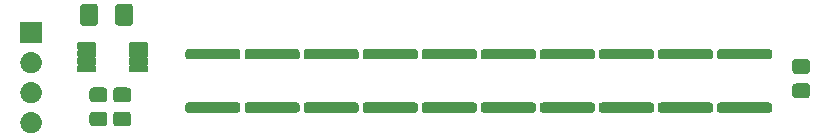
<source format=gbr>
G04 #@! TF.GenerationSoftware,KiCad,Pcbnew,6.0.0-unknown-ea0edab~86~ubuntu18.04.1*
G04 #@! TF.CreationDate,2019-07-07T16:40:55+02:00*
G04 #@! TF.ProjectId,ir-receiver,69722d72-6563-4656-9976-65722e6b6963,rev?*
G04 #@! TF.SameCoordinates,Original*
G04 #@! TF.FileFunction,Soldermask,Top*
G04 #@! TF.FilePolarity,Negative*
%FSLAX46Y46*%
G04 Gerber Fmt 4.6, Leading zero omitted, Abs format (unit mm)*
G04 Created by KiCad (PCBNEW 6.0.0-unknown-ea0edab~86~ubuntu18.04.1) date 2019-07-07 16:40:55*
%MOMM*%
%LPD*%
G04 APERTURE LIST*
%ADD10C,0.100000*%
G04 APERTURE END LIST*
D10*
G36*
X142788360Y-115633835D02*
G01*
X142869397Y-115660166D01*
X142956663Y-115687848D01*
X142959655Y-115689493D01*
X142968488Y-115692363D01*
X143040466Y-115733919D01*
X143111499Y-115772970D01*
X143118986Y-115779253D01*
X143132511Y-115787061D01*
X143190259Y-115839057D01*
X143246857Y-115886549D01*
X143256962Y-115899118D01*
X143273261Y-115913793D01*
X143315454Y-115971867D01*
X143357579Y-116024260D01*
X143367994Y-116044182D01*
X143384586Y-116067019D01*
X143411297Y-116127012D01*
X143439439Y-116180843D01*
X143447582Y-116208510D01*
X143461621Y-116240042D01*
X143473992Y-116298241D01*
X143489328Y-116350349D01*
X143492518Y-116385401D01*
X143500999Y-116425301D01*
X143500999Y-116478592D01*
X143505343Y-116526324D01*
X143500999Y-116567653D01*
X143500999Y-116614699D01*
X143491217Y-116660721D01*
X143486873Y-116702047D01*
X143472702Y-116747827D01*
X143461621Y-116799958D01*
X143445028Y-116837226D01*
X143434622Y-116870843D01*
X143408789Y-116918620D01*
X143384586Y-116972981D01*
X143364298Y-117000905D01*
X143350580Y-117026276D01*
X143311859Y-117073082D01*
X143273261Y-117126207D01*
X143252284Y-117145095D01*
X143237952Y-117162419D01*
X143185845Y-117204917D01*
X143132511Y-117252939D01*
X143113524Y-117263901D01*
X143101025Y-117274095D01*
X143035780Y-117308786D01*
X142968488Y-117347637D01*
X142953636Y-117352463D01*
X142945003Y-117357053D01*
X142867430Y-117380473D01*
X142788360Y-117406165D01*
X142779114Y-117407137D01*
X142775851Y-117408122D01*
X142684710Y-117417059D01*
X142647211Y-117421000D01*
X142552789Y-117421000D01*
X142411640Y-117406165D01*
X142330603Y-117379834D01*
X142243337Y-117352152D01*
X142240345Y-117350507D01*
X142231512Y-117347637D01*
X142159534Y-117306081D01*
X142088501Y-117267030D01*
X142081014Y-117260747D01*
X142067489Y-117252939D01*
X142009741Y-117200943D01*
X141953143Y-117153451D01*
X141943038Y-117140882D01*
X141926739Y-117126207D01*
X141884546Y-117068133D01*
X141842421Y-117015740D01*
X141832006Y-116995818D01*
X141815414Y-116972981D01*
X141788703Y-116912988D01*
X141760561Y-116859157D01*
X141752418Y-116831490D01*
X141738379Y-116799958D01*
X141726008Y-116741759D01*
X141710672Y-116689651D01*
X141707482Y-116654599D01*
X141699001Y-116614699D01*
X141699001Y-116561408D01*
X141694657Y-116513676D01*
X141699001Y-116472347D01*
X141699001Y-116425301D01*
X141708783Y-116379279D01*
X141713127Y-116337953D01*
X141727298Y-116292173D01*
X141738379Y-116240042D01*
X141754972Y-116202774D01*
X141765378Y-116169157D01*
X141791211Y-116121380D01*
X141815414Y-116067019D01*
X141835702Y-116039095D01*
X141849420Y-116013724D01*
X141888141Y-115966918D01*
X141926739Y-115913793D01*
X141947716Y-115894905D01*
X141962048Y-115877581D01*
X142014155Y-115835083D01*
X142067489Y-115787061D01*
X142086476Y-115776099D01*
X142098975Y-115765905D01*
X142164220Y-115731214D01*
X142231512Y-115692363D01*
X142246364Y-115687537D01*
X142254997Y-115682947D01*
X142332570Y-115659527D01*
X142411640Y-115633835D01*
X142420886Y-115632863D01*
X142424149Y-115631878D01*
X142515290Y-115622941D01*
X142552789Y-115619000D01*
X142647211Y-115619000D01*
X142788360Y-115633835D01*
X142788360Y-115633835D01*
G37*
G36*
X150836756Y-115611764D02*
G01*
X150848227Y-115617288D01*
X150856287Y-115618795D01*
X150873547Y-115629482D01*
X150918638Y-115651197D01*
X150938738Y-115669847D01*
X150951964Y-115678036D01*
X150962265Y-115691676D01*
X150985264Y-115713016D01*
X151007614Y-115751727D01*
X151019781Y-115767839D01*
X151021751Y-115776213D01*
X151029506Y-115789646D01*
X151048419Y-115889601D01*
X151051883Y-115904330D01*
X151051883Y-115907909D01*
X151053194Y-115914838D01*
X151053194Y-116537517D01*
X151038236Y-116636756D01*
X151032712Y-116648227D01*
X151031205Y-116656287D01*
X151020518Y-116673547D01*
X150998803Y-116718638D01*
X150980153Y-116738738D01*
X150971964Y-116751964D01*
X150958324Y-116762265D01*
X150936984Y-116785264D01*
X150898273Y-116807614D01*
X150882161Y-116819781D01*
X150873787Y-116821751D01*
X150860354Y-116829506D01*
X150760399Y-116848419D01*
X150745670Y-116851883D01*
X150742091Y-116851883D01*
X150735162Y-116853194D01*
X149862483Y-116853194D01*
X149763244Y-116838236D01*
X149751773Y-116832712D01*
X149743713Y-116831205D01*
X149726453Y-116820518D01*
X149681362Y-116798803D01*
X149661262Y-116780153D01*
X149648036Y-116771964D01*
X149637735Y-116758324D01*
X149614736Y-116736984D01*
X149592386Y-116698273D01*
X149580219Y-116682161D01*
X149578249Y-116673787D01*
X149570494Y-116660354D01*
X149551581Y-116560399D01*
X149548117Y-116545670D01*
X149548117Y-116542091D01*
X149546806Y-116535162D01*
X149546806Y-115912483D01*
X149561764Y-115813244D01*
X149567288Y-115801773D01*
X149568795Y-115793713D01*
X149579482Y-115776453D01*
X149601197Y-115731362D01*
X149619847Y-115711262D01*
X149628036Y-115698036D01*
X149641676Y-115687735D01*
X149663016Y-115664736D01*
X149701727Y-115642386D01*
X149717839Y-115630219D01*
X149726213Y-115628249D01*
X149739646Y-115620494D01*
X149839601Y-115601581D01*
X149854330Y-115598117D01*
X149857909Y-115598117D01*
X149864838Y-115596806D01*
X150737517Y-115596806D01*
X150836756Y-115611764D01*
X150836756Y-115611764D01*
G37*
G36*
X148836756Y-115611764D02*
G01*
X148848227Y-115617288D01*
X148856287Y-115618795D01*
X148873547Y-115629482D01*
X148918638Y-115651197D01*
X148938738Y-115669847D01*
X148951964Y-115678036D01*
X148962265Y-115691676D01*
X148985264Y-115713016D01*
X149007614Y-115751727D01*
X149019781Y-115767839D01*
X149021751Y-115776213D01*
X149029506Y-115789646D01*
X149048419Y-115889601D01*
X149051883Y-115904330D01*
X149051883Y-115907909D01*
X149053194Y-115914838D01*
X149053194Y-116537517D01*
X149038236Y-116636756D01*
X149032712Y-116648227D01*
X149031205Y-116656287D01*
X149020518Y-116673547D01*
X148998803Y-116718638D01*
X148980153Y-116738738D01*
X148971964Y-116751964D01*
X148958324Y-116762265D01*
X148936984Y-116785264D01*
X148898273Y-116807614D01*
X148882161Y-116819781D01*
X148873787Y-116821751D01*
X148860354Y-116829506D01*
X148760399Y-116848419D01*
X148745670Y-116851883D01*
X148742091Y-116851883D01*
X148735162Y-116853194D01*
X147862483Y-116853194D01*
X147763244Y-116838236D01*
X147751773Y-116832712D01*
X147743713Y-116831205D01*
X147726453Y-116820518D01*
X147681362Y-116798803D01*
X147661262Y-116780153D01*
X147648036Y-116771964D01*
X147637735Y-116758324D01*
X147614736Y-116736984D01*
X147592386Y-116698273D01*
X147580219Y-116682161D01*
X147578249Y-116673787D01*
X147570494Y-116660354D01*
X147551581Y-116560399D01*
X147548117Y-116545670D01*
X147548117Y-116542091D01*
X147546806Y-116535162D01*
X147546806Y-115912483D01*
X147561764Y-115813244D01*
X147567288Y-115801773D01*
X147568795Y-115793713D01*
X147579482Y-115776453D01*
X147601197Y-115731362D01*
X147619847Y-115711262D01*
X147628036Y-115698036D01*
X147641676Y-115687735D01*
X147663016Y-115664736D01*
X147701727Y-115642386D01*
X147717839Y-115630219D01*
X147726213Y-115628249D01*
X147739646Y-115620494D01*
X147839601Y-115601581D01*
X147854330Y-115598117D01*
X147857909Y-115598117D01*
X147864838Y-115596806D01*
X148737517Y-115596806D01*
X148836756Y-115611764D01*
X148836756Y-115611764D01*
G37*
G36*
X200177707Y-114834991D02*
G01*
X200184794Y-114838826D01*
X200190102Y-114839882D01*
X200204405Y-114849439D01*
X200241707Y-114869625D01*
X200253037Y-114881933D01*
X200262047Y-114887953D01*
X200271229Y-114901696D01*
X200290990Y-114923162D01*
X200301344Y-114946767D01*
X200310118Y-114959898D01*
X200312619Y-114972470D01*
X200321286Y-114992229D01*
X200328715Y-115051828D01*
X200328715Y-115445574D01*
X200315009Y-115527707D01*
X200311174Y-115534794D01*
X200310118Y-115540102D01*
X200300561Y-115554405D01*
X200280375Y-115591707D01*
X200268067Y-115603037D01*
X200262047Y-115612047D01*
X200248304Y-115621229D01*
X200226838Y-115640990D01*
X200203233Y-115651344D01*
X200190102Y-115660118D01*
X200177530Y-115662619D01*
X200157771Y-115671286D01*
X200098172Y-115678715D01*
X195904426Y-115678715D01*
X195822293Y-115665009D01*
X195815206Y-115661174D01*
X195809898Y-115660118D01*
X195795595Y-115650561D01*
X195758293Y-115630375D01*
X195746963Y-115618067D01*
X195737953Y-115612047D01*
X195728771Y-115598304D01*
X195709010Y-115576838D01*
X195698656Y-115553233D01*
X195689882Y-115540102D01*
X195687381Y-115527530D01*
X195678714Y-115507771D01*
X195671285Y-115448172D01*
X195671285Y-115054426D01*
X195684991Y-114972293D01*
X195688826Y-114965206D01*
X195689882Y-114959898D01*
X195699439Y-114945595D01*
X195719625Y-114908293D01*
X195731933Y-114896963D01*
X195737953Y-114887953D01*
X195751696Y-114878771D01*
X195773162Y-114859010D01*
X195796767Y-114848656D01*
X195809898Y-114839882D01*
X195822470Y-114837381D01*
X195842229Y-114828714D01*
X195901828Y-114821285D01*
X200095574Y-114821285D01*
X200177707Y-114834991D01*
X200177707Y-114834991D01*
G37*
G36*
X205177707Y-114834991D02*
G01*
X205184794Y-114838826D01*
X205190102Y-114839882D01*
X205204405Y-114849439D01*
X205241707Y-114869625D01*
X205253037Y-114881933D01*
X205262047Y-114887953D01*
X205271229Y-114901696D01*
X205290990Y-114923162D01*
X205301344Y-114946767D01*
X205310118Y-114959898D01*
X205312619Y-114972470D01*
X205321286Y-114992229D01*
X205328715Y-115051828D01*
X205328715Y-115445574D01*
X205315009Y-115527707D01*
X205311174Y-115534794D01*
X205310118Y-115540102D01*
X205300561Y-115554405D01*
X205280375Y-115591707D01*
X205268067Y-115603037D01*
X205262047Y-115612047D01*
X205248304Y-115621229D01*
X205226838Y-115640990D01*
X205203233Y-115651344D01*
X205190102Y-115660118D01*
X205177530Y-115662619D01*
X205157771Y-115671286D01*
X205098172Y-115678715D01*
X200904426Y-115678715D01*
X200822293Y-115665009D01*
X200815206Y-115661174D01*
X200809898Y-115660118D01*
X200795595Y-115650561D01*
X200758293Y-115630375D01*
X200746963Y-115618067D01*
X200737953Y-115612047D01*
X200728771Y-115598304D01*
X200709010Y-115576838D01*
X200698656Y-115553233D01*
X200689882Y-115540102D01*
X200687381Y-115527530D01*
X200678714Y-115507771D01*
X200671285Y-115448172D01*
X200671285Y-115054426D01*
X200684991Y-114972293D01*
X200688826Y-114965206D01*
X200689882Y-114959898D01*
X200699439Y-114945595D01*
X200719625Y-114908293D01*
X200731933Y-114896963D01*
X200737953Y-114887953D01*
X200751696Y-114878771D01*
X200773162Y-114859010D01*
X200796767Y-114848656D01*
X200809898Y-114839882D01*
X200822470Y-114837381D01*
X200842229Y-114828714D01*
X200901828Y-114821285D01*
X205095574Y-114821285D01*
X205177707Y-114834991D01*
X205177707Y-114834991D01*
G37*
G36*
X160177707Y-114834991D02*
G01*
X160184794Y-114838826D01*
X160190102Y-114839882D01*
X160204405Y-114849439D01*
X160241707Y-114869625D01*
X160253037Y-114881933D01*
X160262047Y-114887953D01*
X160271229Y-114901696D01*
X160290990Y-114923162D01*
X160301344Y-114946767D01*
X160310118Y-114959898D01*
X160312619Y-114972470D01*
X160321286Y-114992229D01*
X160328715Y-115051828D01*
X160328715Y-115445574D01*
X160315009Y-115527707D01*
X160311174Y-115534794D01*
X160310118Y-115540102D01*
X160300561Y-115554405D01*
X160280375Y-115591707D01*
X160268067Y-115603037D01*
X160262047Y-115612047D01*
X160248304Y-115621229D01*
X160226838Y-115640990D01*
X160203233Y-115651344D01*
X160190102Y-115660118D01*
X160177530Y-115662619D01*
X160157771Y-115671286D01*
X160098172Y-115678715D01*
X155904426Y-115678715D01*
X155822293Y-115665009D01*
X155815206Y-115661174D01*
X155809898Y-115660118D01*
X155795595Y-115650561D01*
X155758293Y-115630375D01*
X155746963Y-115618067D01*
X155737953Y-115612047D01*
X155728771Y-115598304D01*
X155709010Y-115576838D01*
X155698656Y-115553233D01*
X155689882Y-115540102D01*
X155687381Y-115527530D01*
X155678714Y-115507771D01*
X155671285Y-115448172D01*
X155671285Y-115054426D01*
X155684991Y-114972293D01*
X155688826Y-114965206D01*
X155689882Y-114959898D01*
X155699439Y-114945595D01*
X155719625Y-114908293D01*
X155731933Y-114896963D01*
X155737953Y-114887953D01*
X155751696Y-114878771D01*
X155773162Y-114859010D01*
X155796767Y-114848656D01*
X155809898Y-114839882D01*
X155822470Y-114837381D01*
X155842229Y-114828714D01*
X155901828Y-114821285D01*
X160095574Y-114821285D01*
X160177707Y-114834991D01*
X160177707Y-114834991D01*
G37*
G36*
X165177707Y-114834991D02*
G01*
X165184794Y-114838826D01*
X165190102Y-114839882D01*
X165204405Y-114849439D01*
X165241707Y-114869625D01*
X165253037Y-114881933D01*
X165262047Y-114887953D01*
X165271229Y-114901696D01*
X165290990Y-114923162D01*
X165301344Y-114946767D01*
X165310118Y-114959898D01*
X165312619Y-114972470D01*
X165321286Y-114992229D01*
X165328715Y-115051828D01*
X165328715Y-115445574D01*
X165315009Y-115527707D01*
X165311174Y-115534794D01*
X165310118Y-115540102D01*
X165300561Y-115554405D01*
X165280375Y-115591707D01*
X165268067Y-115603037D01*
X165262047Y-115612047D01*
X165248304Y-115621229D01*
X165226838Y-115640990D01*
X165203233Y-115651344D01*
X165190102Y-115660118D01*
X165177530Y-115662619D01*
X165157771Y-115671286D01*
X165098172Y-115678715D01*
X160904426Y-115678715D01*
X160822293Y-115665009D01*
X160815206Y-115661174D01*
X160809898Y-115660118D01*
X160795595Y-115650561D01*
X160758293Y-115630375D01*
X160746963Y-115618067D01*
X160737953Y-115612047D01*
X160728771Y-115598304D01*
X160709010Y-115576838D01*
X160698656Y-115553233D01*
X160689882Y-115540102D01*
X160687381Y-115527530D01*
X160678714Y-115507771D01*
X160671285Y-115448172D01*
X160671285Y-115054426D01*
X160684991Y-114972293D01*
X160688826Y-114965206D01*
X160689882Y-114959898D01*
X160699439Y-114945595D01*
X160719625Y-114908293D01*
X160731933Y-114896963D01*
X160737953Y-114887953D01*
X160751696Y-114878771D01*
X160773162Y-114859010D01*
X160796767Y-114848656D01*
X160809898Y-114839882D01*
X160822470Y-114837381D01*
X160842229Y-114828714D01*
X160901828Y-114821285D01*
X165095574Y-114821285D01*
X165177707Y-114834991D01*
X165177707Y-114834991D01*
G37*
G36*
X170177707Y-114834991D02*
G01*
X170184794Y-114838826D01*
X170190102Y-114839882D01*
X170204405Y-114849439D01*
X170241707Y-114869625D01*
X170253037Y-114881933D01*
X170262047Y-114887953D01*
X170271229Y-114901696D01*
X170290990Y-114923162D01*
X170301344Y-114946767D01*
X170310118Y-114959898D01*
X170312619Y-114972470D01*
X170321286Y-114992229D01*
X170328715Y-115051828D01*
X170328715Y-115445574D01*
X170315009Y-115527707D01*
X170311174Y-115534794D01*
X170310118Y-115540102D01*
X170300561Y-115554405D01*
X170280375Y-115591707D01*
X170268067Y-115603037D01*
X170262047Y-115612047D01*
X170248304Y-115621229D01*
X170226838Y-115640990D01*
X170203233Y-115651344D01*
X170190102Y-115660118D01*
X170177530Y-115662619D01*
X170157771Y-115671286D01*
X170098172Y-115678715D01*
X165904426Y-115678715D01*
X165822293Y-115665009D01*
X165815206Y-115661174D01*
X165809898Y-115660118D01*
X165795595Y-115650561D01*
X165758293Y-115630375D01*
X165746963Y-115618067D01*
X165737953Y-115612047D01*
X165728771Y-115598304D01*
X165709010Y-115576838D01*
X165698656Y-115553233D01*
X165689882Y-115540102D01*
X165687381Y-115527530D01*
X165678714Y-115507771D01*
X165671285Y-115448172D01*
X165671285Y-115054426D01*
X165684991Y-114972293D01*
X165688826Y-114965206D01*
X165689882Y-114959898D01*
X165699439Y-114945595D01*
X165719625Y-114908293D01*
X165731933Y-114896963D01*
X165737953Y-114887953D01*
X165751696Y-114878771D01*
X165773162Y-114859010D01*
X165796767Y-114848656D01*
X165809898Y-114839882D01*
X165822470Y-114837381D01*
X165842229Y-114828714D01*
X165901828Y-114821285D01*
X170095574Y-114821285D01*
X170177707Y-114834991D01*
X170177707Y-114834991D01*
G37*
G36*
X175177707Y-114834991D02*
G01*
X175184794Y-114838826D01*
X175190102Y-114839882D01*
X175204405Y-114849439D01*
X175241707Y-114869625D01*
X175253037Y-114881933D01*
X175262047Y-114887953D01*
X175271229Y-114901696D01*
X175290990Y-114923162D01*
X175301344Y-114946767D01*
X175310118Y-114959898D01*
X175312619Y-114972470D01*
X175321286Y-114992229D01*
X175328715Y-115051828D01*
X175328715Y-115445574D01*
X175315009Y-115527707D01*
X175311174Y-115534794D01*
X175310118Y-115540102D01*
X175300561Y-115554405D01*
X175280375Y-115591707D01*
X175268067Y-115603037D01*
X175262047Y-115612047D01*
X175248304Y-115621229D01*
X175226838Y-115640990D01*
X175203233Y-115651344D01*
X175190102Y-115660118D01*
X175177530Y-115662619D01*
X175157771Y-115671286D01*
X175098172Y-115678715D01*
X170904426Y-115678715D01*
X170822293Y-115665009D01*
X170815206Y-115661174D01*
X170809898Y-115660118D01*
X170795595Y-115650561D01*
X170758293Y-115630375D01*
X170746963Y-115618067D01*
X170737953Y-115612047D01*
X170728771Y-115598304D01*
X170709010Y-115576838D01*
X170698656Y-115553233D01*
X170689882Y-115540102D01*
X170687381Y-115527530D01*
X170678714Y-115507771D01*
X170671285Y-115448172D01*
X170671285Y-115054426D01*
X170684991Y-114972293D01*
X170688826Y-114965206D01*
X170689882Y-114959898D01*
X170699439Y-114945595D01*
X170719625Y-114908293D01*
X170731933Y-114896963D01*
X170737953Y-114887953D01*
X170751696Y-114878771D01*
X170773162Y-114859010D01*
X170796767Y-114848656D01*
X170809898Y-114839882D01*
X170822470Y-114837381D01*
X170842229Y-114828714D01*
X170901828Y-114821285D01*
X175095574Y-114821285D01*
X175177707Y-114834991D01*
X175177707Y-114834991D01*
G37*
G36*
X180177707Y-114834991D02*
G01*
X180184794Y-114838826D01*
X180190102Y-114839882D01*
X180204405Y-114849439D01*
X180241707Y-114869625D01*
X180253037Y-114881933D01*
X180262047Y-114887953D01*
X180271229Y-114901696D01*
X180290990Y-114923162D01*
X180301344Y-114946767D01*
X180310118Y-114959898D01*
X180312619Y-114972470D01*
X180321286Y-114992229D01*
X180328715Y-115051828D01*
X180328715Y-115445574D01*
X180315009Y-115527707D01*
X180311174Y-115534794D01*
X180310118Y-115540102D01*
X180300561Y-115554405D01*
X180280375Y-115591707D01*
X180268067Y-115603037D01*
X180262047Y-115612047D01*
X180248304Y-115621229D01*
X180226838Y-115640990D01*
X180203233Y-115651344D01*
X180190102Y-115660118D01*
X180177530Y-115662619D01*
X180157771Y-115671286D01*
X180098172Y-115678715D01*
X175904426Y-115678715D01*
X175822293Y-115665009D01*
X175815206Y-115661174D01*
X175809898Y-115660118D01*
X175795595Y-115650561D01*
X175758293Y-115630375D01*
X175746963Y-115618067D01*
X175737953Y-115612047D01*
X175728771Y-115598304D01*
X175709010Y-115576838D01*
X175698656Y-115553233D01*
X175689882Y-115540102D01*
X175687381Y-115527530D01*
X175678714Y-115507771D01*
X175671285Y-115448172D01*
X175671285Y-115054426D01*
X175684991Y-114972293D01*
X175688826Y-114965206D01*
X175689882Y-114959898D01*
X175699439Y-114945595D01*
X175719625Y-114908293D01*
X175731933Y-114896963D01*
X175737953Y-114887953D01*
X175751696Y-114878771D01*
X175773162Y-114859010D01*
X175796767Y-114848656D01*
X175809898Y-114839882D01*
X175822470Y-114837381D01*
X175842229Y-114828714D01*
X175901828Y-114821285D01*
X180095574Y-114821285D01*
X180177707Y-114834991D01*
X180177707Y-114834991D01*
G37*
G36*
X185177707Y-114834991D02*
G01*
X185184794Y-114838826D01*
X185190102Y-114839882D01*
X185204405Y-114849439D01*
X185241707Y-114869625D01*
X185253037Y-114881933D01*
X185262047Y-114887953D01*
X185271229Y-114901696D01*
X185290990Y-114923162D01*
X185301344Y-114946767D01*
X185310118Y-114959898D01*
X185312619Y-114972470D01*
X185321286Y-114992229D01*
X185328715Y-115051828D01*
X185328715Y-115445574D01*
X185315009Y-115527707D01*
X185311174Y-115534794D01*
X185310118Y-115540102D01*
X185300561Y-115554405D01*
X185280375Y-115591707D01*
X185268067Y-115603037D01*
X185262047Y-115612047D01*
X185248304Y-115621229D01*
X185226838Y-115640990D01*
X185203233Y-115651344D01*
X185190102Y-115660118D01*
X185177530Y-115662619D01*
X185157771Y-115671286D01*
X185098172Y-115678715D01*
X180904426Y-115678715D01*
X180822293Y-115665009D01*
X180815206Y-115661174D01*
X180809898Y-115660118D01*
X180795595Y-115650561D01*
X180758293Y-115630375D01*
X180746963Y-115618067D01*
X180737953Y-115612047D01*
X180728771Y-115598304D01*
X180709010Y-115576838D01*
X180698656Y-115553233D01*
X180689882Y-115540102D01*
X180687381Y-115527530D01*
X180678714Y-115507771D01*
X180671285Y-115448172D01*
X180671285Y-115054426D01*
X180684991Y-114972293D01*
X180688826Y-114965206D01*
X180689882Y-114959898D01*
X180699439Y-114945595D01*
X180719625Y-114908293D01*
X180731933Y-114896963D01*
X180737953Y-114887953D01*
X180751696Y-114878771D01*
X180773162Y-114859010D01*
X180796767Y-114848656D01*
X180809898Y-114839882D01*
X180822470Y-114837381D01*
X180842229Y-114828714D01*
X180901828Y-114821285D01*
X185095574Y-114821285D01*
X185177707Y-114834991D01*
X185177707Y-114834991D01*
G37*
G36*
X190177707Y-114834991D02*
G01*
X190184794Y-114838826D01*
X190190102Y-114839882D01*
X190204405Y-114849439D01*
X190241707Y-114869625D01*
X190253037Y-114881933D01*
X190262047Y-114887953D01*
X190271229Y-114901696D01*
X190290990Y-114923162D01*
X190301344Y-114946767D01*
X190310118Y-114959898D01*
X190312619Y-114972470D01*
X190321286Y-114992229D01*
X190328715Y-115051828D01*
X190328715Y-115445574D01*
X190315009Y-115527707D01*
X190311174Y-115534794D01*
X190310118Y-115540102D01*
X190300561Y-115554405D01*
X190280375Y-115591707D01*
X190268067Y-115603037D01*
X190262047Y-115612047D01*
X190248304Y-115621229D01*
X190226838Y-115640990D01*
X190203233Y-115651344D01*
X190190102Y-115660118D01*
X190177530Y-115662619D01*
X190157771Y-115671286D01*
X190098172Y-115678715D01*
X185904426Y-115678715D01*
X185822293Y-115665009D01*
X185815206Y-115661174D01*
X185809898Y-115660118D01*
X185795595Y-115650561D01*
X185758293Y-115630375D01*
X185746963Y-115618067D01*
X185737953Y-115612047D01*
X185728771Y-115598304D01*
X185709010Y-115576838D01*
X185698656Y-115553233D01*
X185689882Y-115540102D01*
X185687381Y-115527530D01*
X185678714Y-115507771D01*
X185671285Y-115448172D01*
X185671285Y-115054426D01*
X185684991Y-114972293D01*
X185688826Y-114965206D01*
X185689882Y-114959898D01*
X185699439Y-114945595D01*
X185719625Y-114908293D01*
X185731933Y-114896963D01*
X185737953Y-114887953D01*
X185751696Y-114878771D01*
X185773162Y-114859010D01*
X185796767Y-114848656D01*
X185809898Y-114839882D01*
X185822470Y-114837381D01*
X185842229Y-114828714D01*
X185901828Y-114821285D01*
X190095574Y-114821285D01*
X190177707Y-114834991D01*
X190177707Y-114834991D01*
G37*
G36*
X195177707Y-114834991D02*
G01*
X195184794Y-114838826D01*
X195190102Y-114839882D01*
X195204405Y-114849439D01*
X195241707Y-114869625D01*
X195253037Y-114881933D01*
X195262047Y-114887953D01*
X195271229Y-114901696D01*
X195290990Y-114923162D01*
X195301344Y-114946767D01*
X195310118Y-114959898D01*
X195312619Y-114972470D01*
X195321286Y-114992229D01*
X195328715Y-115051828D01*
X195328715Y-115445574D01*
X195315009Y-115527707D01*
X195311174Y-115534794D01*
X195310118Y-115540102D01*
X195300561Y-115554405D01*
X195280375Y-115591707D01*
X195268067Y-115603037D01*
X195262047Y-115612047D01*
X195248304Y-115621229D01*
X195226838Y-115640990D01*
X195203233Y-115651344D01*
X195190102Y-115660118D01*
X195177530Y-115662619D01*
X195157771Y-115671286D01*
X195098172Y-115678715D01*
X190904426Y-115678715D01*
X190822293Y-115665009D01*
X190815206Y-115661174D01*
X190809898Y-115660118D01*
X190795595Y-115650561D01*
X190758293Y-115630375D01*
X190746963Y-115618067D01*
X190737953Y-115612047D01*
X190728771Y-115598304D01*
X190709010Y-115576838D01*
X190698656Y-115553233D01*
X190689882Y-115540102D01*
X190687381Y-115527530D01*
X190678714Y-115507771D01*
X190671285Y-115448172D01*
X190671285Y-115054426D01*
X190684991Y-114972293D01*
X190688826Y-114965206D01*
X190689882Y-114959898D01*
X190699439Y-114945595D01*
X190719625Y-114908293D01*
X190731933Y-114896963D01*
X190737953Y-114887953D01*
X190751696Y-114878771D01*
X190773162Y-114859010D01*
X190796767Y-114848656D01*
X190809898Y-114839882D01*
X190822470Y-114837381D01*
X190842229Y-114828714D01*
X190901828Y-114821285D01*
X195095574Y-114821285D01*
X195177707Y-114834991D01*
X195177707Y-114834991D01*
G37*
G36*
X142788360Y-113093835D02*
G01*
X142869397Y-113120166D01*
X142956663Y-113147848D01*
X142959655Y-113149493D01*
X142968488Y-113152363D01*
X143040466Y-113193919D01*
X143111499Y-113232970D01*
X143118986Y-113239253D01*
X143132511Y-113247061D01*
X143190259Y-113299057D01*
X143246857Y-113346549D01*
X143256962Y-113359118D01*
X143273261Y-113373793D01*
X143315454Y-113431867D01*
X143357579Y-113484260D01*
X143367994Y-113504182D01*
X143384586Y-113527019D01*
X143411297Y-113587012D01*
X143439439Y-113640843D01*
X143447582Y-113668510D01*
X143461621Y-113700042D01*
X143473992Y-113758241D01*
X143489328Y-113810349D01*
X143492518Y-113845401D01*
X143500999Y-113885301D01*
X143500999Y-113938592D01*
X143505343Y-113986324D01*
X143500999Y-114027653D01*
X143500999Y-114074699D01*
X143491217Y-114120721D01*
X143486873Y-114162047D01*
X143472702Y-114207827D01*
X143461621Y-114259958D01*
X143445028Y-114297226D01*
X143434622Y-114330843D01*
X143408789Y-114378620D01*
X143384586Y-114432981D01*
X143364298Y-114460905D01*
X143350580Y-114486276D01*
X143311859Y-114533082D01*
X143273261Y-114586207D01*
X143252284Y-114605095D01*
X143237952Y-114622419D01*
X143185845Y-114664917D01*
X143132511Y-114712939D01*
X143113524Y-114723901D01*
X143101025Y-114734095D01*
X143035780Y-114768786D01*
X142968488Y-114807637D01*
X142953636Y-114812463D01*
X142945003Y-114817053D01*
X142867430Y-114840473D01*
X142788360Y-114866165D01*
X142779114Y-114867137D01*
X142775851Y-114868122D01*
X142684710Y-114877059D01*
X142647211Y-114881000D01*
X142552789Y-114881000D01*
X142411640Y-114866165D01*
X142330603Y-114839834D01*
X142243337Y-114812152D01*
X142240345Y-114810507D01*
X142231512Y-114807637D01*
X142159534Y-114766081D01*
X142088501Y-114727030D01*
X142081014Y-114720747D01*
X142067489Y-114712939D01*
X142009741Y-114660943D01*
X141953143Y-114613451D01*
X141943038Y-114600882D01*
X141926739Y-114586207D01*
X141884546Y-114528133D01*
X141842421Y-114475740D01*
X141832006Y-114455818D01*
X141815414Y-114432981D01*
X141788703Y-114372988D01*
X141760561Y-114319157D01*
X141752418Y-114291490D01*
X141738379Y-114259958D01*
X141726008Y-114201759D01*
X141710672Y-114149651D01*
X141707482Y-114114599D01*
X141699001Y-114074699D01*
X141699001Y-114021408D01*
X141694657Y-113973676D01*
X141699001Y-113932347D01*
X141699001Y-113885301D01*
X141708783Y-113839279D01*
X141713127Y-113797953D01*
X141727298Y-113752173D01*
X141738379Y-113700042D01*
X141754972Y-113662774D01*
X141765378Y-113629157D01*
X141791211Y-113581380D01*
X141815414Y-113527019D01*
X141835702Y-113499095D01*
X141849420Y-113473724D01*
X141888141Y-113426918D01*
X141926739Y-113373793D01*
X141947716Y-113354905D01*
X141962048Y-113337581D01*
X142014155Y-113295083D01*
X142067489Y-113247061D01*
X142086476Y-113236099D01*
X142098975Y-113225905D01*
X142164220Y-113191214D01*
X142231512Y-113152363D01*
X142246364Y-113147537D01*
X142254997Y-113142947D01*
X142332570Y-113119527D01*
X142411640Y-113093835D01*
X142420886Y-113092863D01*
X142424149Y-113091878D01*
X142515290Y-113082941D01*
X142552789Y-113079000D01*
X142647211Y-113079000D01*
X142788360Y-113093835D01*
X142788360Y-113093835D01*
G37*
G36*
X150836756Y-113561764D02*
G01*
X150848227Y-113567288D01*
X150856287Y-113568795D01*
X150873547Y-113579482D01*
X150918638Y-113601197D01*
X150938738Y-113619847D01*
X150951964Y-113628036D01*
X150962265Y-113641676D01*
X150985264Y-113663016D01*
X151007614Y-113701727D01*
X151019781Y-113717839D01*
X151021751Y-113726213D01*
X151029506Y-113739646D01*
X151048419Y-113839601D01*
X151051883Y-113854330D01*
X151051883Y-113857909D01*
X151053194Y-113864838D01*
X151053194Y-114487517D01*
X151038236Y-114586756D01*
X151032712Y-114598227D01*
X151031205Y-114606287D01*
X151020518Y-114623547D01*
X150998803Y-114668638D01*
X150980153Y-114688738D01*
X150971964Y-114701964D01*
X150958324Y-114712265D01*
X150936984Y-114735264D01*
X150898273Y-114757614D01*
X150882161Y-114769781D01*
X150873787Y-114771751D01*
X150860354Y-114779506D01*
X150760399Y-114798419D01*
X150745670Y-114801883D01*
X150742091Y-114801883D01*
X150735162Y-114803194D01*
X149862483Y-114803194D01*
X149763244Y-114788236D01*
X149751773Y-114782712D01*
X149743713Y-114781205D01*
X149726453Y-114770518D01*
X149681362Y-114748803D01*
X149661262Y-114730153D01*
X149648036Y-114721964D01*
X149637735Y-114708324D01*
X149614736Y-114686984D01*
X149592386Y-114648273D01*
X149580219Y-114632161D01*
X149578249Y-114623787D01*
X149570494Y-114610354D01*
X149551581Y-114510399D01*
X149548117Y-114495670D01*
X149548117Y-114492091D01*
X149546806Y-114485162D01*
X149546806Y-113862483D01*
X149561764Y-113763244D01*
X149567288Y-113751773D01*
X149568795Y-113743713D01*
X149579482Y-113726453D01*
X149601197Y-113681362D01*
X149619847Y-113661262D01*
X149628036Y-113648036D01*
X149641676Y-113637735D01*
X149663016Y-113614736D01*
X149701727Y-113592386D01*
X149717839Y-113580219D01*
X149726213Y-113578249D01*
X149739646Y-113570494D01*
X149839601Y-113551581D01*
X149854330Y-113548117D01*
X149857909Y-113548117D01*
X149864838Y-113546806D01*
X150737517Y-113546806D01*
X150836756Y-113561764D01*
X150836756Y-113561764D01*
G37*
G36*
X148836756Y-113561764D02*
G01*
X148848227Y-113567288D01*
X148856287Y-113568795D01*
X148873547Y-113579482D01*
X148918638Y-113601197D01*
X148938738Y-113619847D01*
X148951964Y-113628036D01*
X148962265Y-113641676D01*
X148985264Y-113663016D01*
X149007614Y-113701727D01*
X149019781Y-113717839D01*
X149021751Y-113726213D01*
X149029506Y-113739646D01*
X149048419Y-113839601D01*
X149051883Y-113854330D01*
X149051883Y-113857909D01*
X149053194Y-113864838D01*
X149053194Y-114487517D01*
X149038236Y-114586756D01*
X149032712Y-114598227D01*
X149031205Y-114606287D01*
X149020518Y-114623547D01*
X148998803Y-114668638D01*
X148980153Y-114688738D01*
X148971964Y-114701964D01*
X148958324Y-114712265D01*
X148936984Y-114735264D01*
X148898273Y-114757614D01*
X148882161Y-114769781D01*
X148873787Y-114771751D01*
X148860354Y-114779506D01*
X148760399Y-114798419D01*
X148745670Y-114801883D01*
X148742091Y-114801883D01*
X148735162Y-114803194D01*
X147862483Y-114803194D01*
X147763244Y-114788236D01*
X147751773Y-114782712D01*
X147743713Y-114781205D01*
X147726453Y-114770518D01*
X147681362Y-114748803D01*
X147661262Y-114730153D01*
X147648036Y-114721964D01*
X147637735Y-114708324D01*
X147614736Y-114686984D01*
X147592386Y-114648273D01*
X147580219Y-114632161D01*
X147578249Y-114623787D01*
X147570494Y-114610354D01*
X147551581Y-114510399D01*
X147548117Y-114495670D01*
X147548117Y-114492091D01*
X147546806Y-114485162D01*
X147546806Y-113862483D01*
X147561764Y-113763244D01*
X147567288Y-113751773D01*
X147568795Y-113743713D01*
X147579482Y-113726453D01*
X147601197Y-113681362D01*
X147619847Y-113661262D01*
X147628036Y-113648036D01*
X147641676Y-113637735D01*
X147663016Y-113614736D01*
X147701727Y-113592386D01*
X147717839Y-113580219D01*
X147726213Y-113578249D01*
X147739646Y-113570494D01*
X147839601Y-113551581D01*
X147854330Y-113548117D01*
X147857909Y-113548117D01*
X147864838Y-113546806D01*
X148737517Y-113546806D01*
X148836756Y-113561764D01*
X148836756Y-113561764D01*
G37*
G36*
X208336756Y-113211764D02*
G01*
X208348227Y-113217288D01*
X208356287Y-113218795D01*
X208373547Y-113229482D01*
X208418638Y-113251197D01*
X208438738Y-113269847D01*
X208451964Y-113278036D01*
X208462265Y-113291676D01*
X208485264Y-113313016D01*
X208507614Y-113351727D01*
X208519781Y-113367839D01*
X208521751Y-113376213D01*
X208529506Y-113389646D01*
X208548419Y-113489601D01*
X208551883Y-113504330D01*
X208551883Y-113507909D01*
X208553194Y-113514838D01*
X208553194Y-114137517D01*
X208538236Y-114236756D01*
X208532712Y-114248227D01*
X208531205Y-114256287D01*
X208520518Y-114273547D01*
X208498803Y-114318638D01*
X208480153Y-114338738D01*
X208471964Y-114351964D01*
X208458324Y-114362265D01*
X208436984Y-114385264D01*
X208398273Y-114407614D01*
X208382161Y-114419781D01*
X208373787Y-114421751D01*
X208360354Y-114429506D01*
X208260399Y-114448419D01*
X208245670Y-114451883D01*
X208242091Y-114451883D01*
X208235162Y-114453194D01*
X207362483Y-114453194D01*
X207263244Y-114438236D01*
X207251773Y-114432712D01*
X207243713Y-114431205D01*
X207226453Y-114420518D01*
X207181362Y-114398803D01*
X207161262Y-114380153D01*
X207148036Y-114371964D01*
X207137735Y-114358324D01*
X207114736Y-114336984D01*
X207092386Y-114298273D01*
X207080219Y-114282161D01*
X207078249Y-114273787D01*
X207070494Y-114260354D01*
X207051581Y-114160399D01*
X207048117Y-114145670D01*
X207048117Y-114142091D01*
X207046806Y-114135162D01*
X207046806Y-113512483D01*
X207061764Y-113413244D01*
X207067288Y-113401773D01*
X207068795Y-113393713D01*
X207079482Y-113376453D01*
X207101197Y-113331362D01*
X207119847Y-113311262D01*
X207128036Y-113298036D01*
X207141676Y-113287735D01*
X207163016Y-113264736D01*
X207201727Y-113242386D01*
X207217839Y-113230219D01*
X207226213Y-113228249D01*
X207239646Y-113220494D01*
X207339601Y-113201581D01*
X207354330Y-113198117D01*
X207357909Y-113198117D01*
X207364838Y-113196806D01*
X208237517Y-113196806D01*
X208336756Y-113211764D01*
X208336756Y-113211764D01*
G37*
G36*
X208336756Y-111161764D02*
G01*
X208348227Y-111167288D01*
X208356287Y-111168795D01*
X208373547Y-111179482D01*
X208418638Y-111201197D01*
X208438738Y-111219847D01*
X208451964Y-111228036D01*
X208462265Y-111241676D01*
X208485264Y-111263016D01*
X208507614Y-111301727D01*
X208519781Y-111317839D01*
X208521751Y-111326213D01*
X208529506Y-111339646D01*
X208548419Y-111439601D01*
X208551883Y-111454330D01*
X208551883Y-111457909D01*
X208553194Y-111464838D01*
X208553194Y-112087517D01*
X208538236Y-112186756D01*
X208532712Y-112198227D01*
X208531205Y-112206287D01*
X208520518Y-112223547D01*
X208498803Y-112268638D01*
X208480153Y-112288738D01*
X208471964Y-112301964D01*
X208458324Y-112312265D01*
X208436984Y-112335264D01*
X208398273Y-112357614D01*
X208382161Y-112369781D01*
X208373787Y-112371751D01*
X208360354Y-112379506D01*
X208260399Y-112398419D01*
X208245670Y-112401883D01*
X208242091Y-112401883D01*
X208235162Y-112403194D01*
X207362483Y-112403194D01*
X207263244Y-112388236D01*
X207251773Y-112382712D01*
X207243713Y-112381205D01*
X207226453Y-112370518D01*
X207181362Y-112348803D01*
X207161262Y-112330153D01*
X207148036Y-112321964D01*
X207137735Y-112308324D01*
X207114736Y-112286984D01*
X207092386Y-112248273D01*
X207080219Y-112232161D01*
X207078249Y-112223787D01*
X207070494Y-112210354D01*
X207051581Y-112110399D01*
X207048117Y-112095670D01*
X207048117Y-112092091D01*
X207046806Y-112085162D01*
X207046806Y-111462483D01*
X207061764Y-111363244D01*
X207067288Y-111351773D01*
X207068795Y-111343713D01*
X207079482Y-111326453D01*
X207101197Y-111281362D01*
X207119847Y-111261262D01*
X207128036Y-111248036D01*
X207141676Y-111237735D01*
X207163016Y-111214736D01*
X207201727Y-111192386D01*
X207217839Y-111180219D01*
X207226213Y-111178249D01*
X207239646Y-111170494D01*
X207339601Y-111151581D01*
X207354330Y-111148117D01*
X207357909Y-111148117D01*
X207364838Y-111146806D01*
X208237517Y-111146806D01*
X208336756Y-111161764D01*
X208336756Y-111161764D01*
G37*
G36*
X142788360Y-110553835D02*
G01*
X142869397Y-110580166D01*
X142956663Y-110607848D01*
X142959655Y-110609493D01*
X142968488Y-110612363D01*
X143040466Y-110653919D01*
X143111499Y-110692970D01*
X143118986Y-110699253D01*
X143132511Y-110707061D01*
X143190259Y-110759057D01*
X143246857Y-110806549D01*
X143256962Y-110819118D01*
X143273261Y-110833793D01*
X143315454Y-110891867D01*
X143357579Y-110944260D01*
X143367994Y-110964182D01*
X143384586Y-110987019D01*
X143411297Y-111047012D01*
X143439439Y-111100843D01*
X143447582Y-111128510D01*
X143461621Y-111160042D01*
X143473992Y-111218241D01*
X143489328Y-111270349D01*
X143492518Y-111305401D01*
X143500999Y-111345301D01*
X143500999Y-111398592D01*
X143505343Y-111446324D01*
X143500999Y-111487653D01*
X143500999Y-111534699D01*
X143491217Y-111580721D01*
X143486873Y-111622047D01*
X143472702Y-111667827D01*
X143461621Y-111719958D01*
X143445028Y-111757226D01*
X143434622Y-111790843D01*
X143408789Y-111838620D01*
X143384586Y-111892981D01*
X143364298Y-111920905D01*
X143350580Y-111946276D01*
X143311859Y-111993082D01*
X143273261Y-112046207D01*
X143252284Y-112065095D01*
X143237952Y-112082419D01*
X143185845Y-112124917D01*
X143132511Y-112172939D01*
X143113524Y-112183901D01*
X143101025Y-112194095D01*
X143035780Y-112228786D01*
X142968488Y-112267637D01*
X142953636Y-112272463D01*
X142945003Y-112277053D01*
X142867430Y-112300473D01*
X142788360Y-112326165D01*
X142779114Y-112327137D01*
X142775851Y-112328122D01*
X142684710Y-112337059D01*
X142647211Y-112341000D01*
X142552789Y-112341000D01*
X142411640Y-112326165D01*
X142330603Y-112299834D01*
X142243337Y-112272152D01*
X142240345Y-112270507D01*
X142231512Y-112267637D01*
X142159534Y-112226081D01*
X142088501Y-112187030D01*
X142081014Y-112180747D01*
X142067489Y-112172939D01*
X142009741Y-112120943D01*
X141953143Y-112073451D01*
X141943038Y-112060882D01*
X141926739Y-112046207D01*
X141884546Y-111988133D01*
X141842421Y-111935740D01*
X141832006Y-111915818D01*
X141815414Y-111892981D01*
X141788703Y-111832988D01*
X141760561Y-111779157D01*
X141752418Y-111751490D01*
X141738379Y-111719958D01*
X141726008Y-111661759D01*
X141710672Y-111609651D01*
X141707482Y-111574599D01*
X141699001Y-111534699D01*
X141699001Y-111481408D01*
X141694657Y-111433676D01*
X141699001Y-111392347D01*
X141699001Y-111345301D01*
X141708783Y-111299279D01*
X141713127Y-111257953D01*
X141727298Y-111212173D01*
X141738379Y-111160042D01*
X141754972Y-111122774D01*
X141765378Y-111089157D01*
X141791211Y-111041380D01*
X141815414Y-110987019D01*
X141835702Y-110959095D01*
X141849420Y-110933724D01*
X141888141Y-110886918D01*
X141926739Y-110833793D01*
X141947716Y-110814905D01*
X141962048Y-110797581D01*
X142014155Y-110755083D01*
X142067489Y-110707061D01*
X142086476Y-110696099D01*
X142098975Y-110685905D01*
X142164220Y-110651214D01*
X142231512Y-110612363D01*
X142246364Y-110607537D01*
X142254997Y-110602947D01*
X142332570Y-110579527D01*
X142411640Y-110553835D01*
X142420886Y-110552863D01*
X142424149Y-110551878D01*
X142515290Y-110542941D01*
X142552789Y-110539000D01*
X142647211Y-110539000D01*
X142788360Y-110553835D01*
X142788360Y-110553835D01*
G37*
G36*
X152444899Y-109751959D02*
G01*
X152461769Y-109763231D01*
X152473041Y-109780101D01*
X152479448Y-109812312D01*
X152479448Y-110237688D01*
X152473041Y-110269900D01*
X152465921Y-110280555D01*
X152444875Y-110347770D01*
X152465921Y-110419445D01*
X152473041Y-110430100D01*
X152479448Y-110462312D01*
X152479448Y-110887688D01*
X152473041Y-110919900D01*
X152465921Y-110930555D01*
X152444875Y-110997770D01*
X152465921Y-111069445D01*
X152473041Y-111080100D01*
X152479448Y-111112312D01*
X152479448Y-111537688D01*
X152473041Y-111569900D01*
X152465921Y-111580555D01*
X152444875Y-111647770D01*
X152465921Y-111719445D01*
X152473041Y-111730100D01*
X152479448Y-111762312D01*
X152479448Y-112187688D01*
X152474940Y-112210354D01*
X152473041Y-112219899D01*
X152461769Y-112236769D01*
X152444899Y-112248041D01*
X152425000Y-112251999D01*
X152412688Y-112254448D01*
X150987312Y-112254448D01*
X150955101Y-112248041D01*
X150938231Y-112236769D01*
X150926959Y-112219899D01*
X150920552Y-112187688D01*
X150920552Y-111762312D01*
X150926959Y-111730100D01*
X150934079Y-111719445D01*
X150955125Y-111652230D01*
X150934079Y-111580555D01*
X150926959Y-111569900D01*
X150920552Y-111537688D01*
X150920552Y-111112312D01*
X150926959Y-111080100D01*
X150934079Y-111069445D01*
X150955125Y-111002230D01*
X150934079Y-110930555D01*
X150926959Y-110919900D01*
X150920552Y-110887688D01*
X150920552Y-110462312D01*
X150926959Y-110430100D01*
X150934079Y-110419445D01*
X150955125Y-110352230D01*
X150934079Y-110280555D01*
X150926959Y-110269900D01*
X150920552Y-110237688D01*
X150920552Y-109812312D01*
X150926959Y-109780101D01*
X150938231Y-109763231D01*
X150955101Y-109751959D01*
X150987312Y-109745552D01*
X152412688Y-109745552D01*
X152444899Y-109751959D01*
X152444899Y-109751959D01*
G37*
G36*
X148044899Y-109751959D02*
G01*
X148061769Y-109763231D01*
X148073041Y-109780101D01*
X148079448Y-109812312D01*
X148079448Y-110237688D01*
X148073041Y-110269900D01*
X148065921Y-110280555D01*
X148044875Y-110347770D01*
X148065921Y-110419445D01*
X148073041Y-110430100D01*
X148079448Y-110462312D01*
X148079448Y-110887688D01*
X148073041Y-110919900D01*
X148065921Y-110930555D01*
X148044875Y-110997770D01*
X148065921Y-111069445D01*
X148073041Y-111080100D01*
X148079448Y-111112312D01*
X148079448Y-111537688D01*
X148073041Y-111569900D01*
X148065921Y-111580555D01*
X148044875Y-111647770D01*
X148065921Y-111719445D01*
X148073041Y-111730100D01*
X148079448Y-111762312D01*
X148079448Y-112187688D01*
X148074940Y-112210354D01*
X148073041Y-112219899D01*
X148061769Y-112236769D01*
X148044899Y-112248041D01*
X148025000Y-112251999D01*
X148012688Y-112254448D01*
X146587312Y-112254448D01*
X146555101Y-112248041D01*
X146538231Y-112236769D01*
X146526959Y-112219899D01*
X146520552Y-112187688D01*
X146520552Y-111762312D01*
X146526959Y-111730100D01*
X146534079Y-111719445D01*
X146555125Y-111652230D01*
X146534079Y-111580555D01*
X146526959Y-111569900D01*
X146520552Y-111537688D01*
X146520552Y-111112312D01*
X146526959Y-111080100D01*
X146534079Y-111069445D01*
X146555125Y-111002230D01*
X146534079Y-110930555D01*
X146526959Y-110919900D01*
X146520552Y-110887688D01*
X146520552Y-110462312D01*
X146526959Y-110430100D01*
X146534079Y-110419445D01*
X146555125Y-110352230D01*
X146534079Y-110280555D01*
X146526959Y-110269900D01*
X146520552Y-110237688D01*
X146520552Y-109812312D01*
X146526959Y-109780101D01*
X146538231Y-109763231D01*
X146555101Y-109751959D01*
X146587312Y-109745552D01*
X148012688Y-109745552D01*
X148044899Y-109751959D01*
X148044899Y-109751959D01*
G37*
G36*
X170177707Y-110334991D02*
G01*
X170184794Y-110338826D01*
X170190102Y-110339882D01*
X170204405Y-110349439D01*
X170241707Y-110369625D01*
X170253037Y-110381933D01*
X170262047Y-110387953D01*
X170271229Y-110401696D01*
X170290990Y-110423162D01*
X170301344Y-110446767D01*
X170310118Y-110459898D01*
X170312619Y-110472470D01*
X170321286Y-110492229D01*
X170328715Y-110551828D01*
X170328715Y-110945574D01*
X170315009Y-111027707D01*
X170311174Y-111034794D01*
X170310118Y-111040102D01*
X170300561Y-111054405D01*
X170280375Y-111091707D01*
X170268067Y-111103037D01*
X170262047Y-111112047D01*
X170248304Y-111121229D01*
X170226838Y-111140990D01*
X170203233Y-111151344D01*
X170190102Y-111160118D01*
X170177530Y-111162619D01*
X170157771Y-111171286D01*
X170098172Y-111178715D01*
X165904426Y-111178715D01*
X165822293Y-111165009D01*
X165815206Y-111161174D01*
X165809898Y-111160118D01*
X165795595Y-111150561D01*
X165758293Y-111130375D01*
X165746963Y-111118067D01*
X165737953Y-111112047D01*
X165728771Y-111098304D01*
X165709010Y-111076838D01*
X165698656Y-111053233D01*
X165689882Y-111040102D01*
X165687381Y-111027530D01*
X165678714Y-111007771D01*
X165671285Y-110948172D01*
X165671285Y-110554426D01*
X165684991Y-110472293D01*
X165688826Y-110465206D01*
X165689882Y-110459898D01*
X165699439Y-110445595D01*
X165719625Y-110408293D01*
X165731933Y-110396963D01*
X165737953Y-110387953D01*
X165751696Y-110378771D01*
X165773162Y-110359010D01*
X165796767Y-110348656D01*
X165809898Y-110339882D01*
X165822470Y-110337381D01*
X165842229Y-110328714D01*
X165901828Y-110321285D01*
X170095574Y-110321285D01*
X170177707Y-110334991D01*
X170177707Y-110334991D01*
G37*
G36*
X205177707Y-110334991D02*
G01*
X205184794Y-110338826D01*
X205190102Y-110339882D01*
X205204405Y-110349439D01*
X205241707Y-110369625D01*
X205253037Y-110381933D01*
X205262047Y-110387953D01*
X205271229Y-110401696D01*
X205290990Y-110423162D01*
X205301344Y-110446767D01*
X205310118Y-110459898D01*
X205312619Y-110472470D01*
X205321286Y-110492229D01*
X205328715Y-110551828D01*
X205328715Y-110945574D01*
X205315009Y-111027707D01*
X205311174Y-111034794D01*
X205310118Y-111040102D01*
X205300561Y-111054405D01*
X205280375Y-111091707D01*
X205268067Y-111103037D01*
X205262047Y-111112047D01*
X205248304Y-111121229D01*
X205226838Y-111140990D01*
X205203233Y-111151344D01*
X205190102Y-111160118D01*
X205177530Y-111162619D01*
X205157771Y-111171286D01*
X205098172Y-111178715D01*
X200904426Y-111178715D01*
X200822293Y-111165009D01*
X200815206Y-111161174D01*
X200809898Y-111160118D01*
X200795595Y-111150561D01*
X200758293Y-111130375D01*
X200746963Y-111118067D01*
X200737953Y-111112047D01*
X200728771Y-111098304D01*
X200709010Y-111076838D01*
X200698656Y-111053233D01*
X200689882Y-111040102D01*
X200687381Y-111027530D01*
X200678714Y-111007771D01*
X200671285Y-110948172D01*
X200671285Y-110554426D01*
X200684991Y-110472293D01*
X200688826Y-110465206D01*
X200689882Y-110459898D01*
X200699439Y-110445595D01*
X200719625Y-110408293D01*
X200731933Y-110396963D01*
X200737953Y-110387953D01*
X200751696Y-110378771D01*
X200773162Y-110359010D01*
X200796767Y-110348656D01*
X200809898Y-110339882D01*
X200822470Y-110337381D01*
X200842229Y-110328714D01*
X200901828Y-110321285D01*
X205095574Y-110321285D01*
X205177707Y-110334991D01*
X205177707Y-110334991D01*
G37*
G36*
X200177707Y-110334991D02*
G01*
X200184794Y-110338826D01*
X200190102Y-110339882D01*
X200204405Y-110349439D01*
X200241707Y-110369625D01*
X200253037Y-110381933D01*
X200262047Y-110387953D01*
X200271229Y-110401696D01*
X200290990Y-110423162D01*
X200301344Y-110446767D01*
X200310118Y-110459898D01*
X200312619Y-110472470D01*
X200321286Y-110492229D01*
X200328715Y-110551828D01*
X200328715Y-110945574D01*
X200315009Y-111027707D01*
X200311174Y-111034794D01*
X200310118Y-111040102D01*
X200300561Y-111054405D01*
X200280375Y-111091707D01*
X200268067Y-111103037D01*
X200262047Y-111112047D01*
X200248304Y-111121229D01*
X200226838Y-111140990D01*
X200203233Y-111151344D01*
X200190102Y-111160118D01*
X200177530Y-111162619D01*
X200157771Y-111171286D01*
X200098172Y-111178715D01*
X195904426Y-111178715D01*
X195822293Y-111165009D01*
X195815206Y-111161174D01*
X195809898Y-111160118D01*
X195795595Y-111150561D01*
X195758293Y-111130375D01*
X195746963Y-111118067D01*
X195737953Y-111112047D01*
X195728771Y-111098304D01*
X195709010Y-111076838D01*
X195698656Y-111053233D01*
X195689882Y-111040102D01*
X195687381Y-111027530D01*
X195678714Y-111007771D01*
X195671285Y-110948172D01*
X195671285Y-110554426D01*
X195684991Y-110472293D01*
X195688826Y-110465206D01*
X195689882Y-110459898D01*
X195699439Y-110445595D01*
X195719625Y-110408293D01*
X195731933Y-110396963D01*
X195737953Y-110387953D01*
X195751696Y-110378771D01*
X195773162Y-110359010D01*
X195796767Y-110348656D01*
X195809898Y-110339882D01*
X195822470Y-110337381D01*
X195842229Y-110328714D01*
X195901828Y-110321285D01*
X200095574Y-110321285D01*
X200177707Y-110334991D01*
X200177707Y-110334991D01*
G37*
G36*
X195177707Y-110334991D02*
G01*
X195184794Y-110338826D01*
X195190102Y-110339882D01*
X195204405Y-110349439D01*
X195241707Y-110369625D01*
X195253037Y-110381933D01*
X195262047Y-110387953D01*
X195271229Y-110401696D01*
X195290990Y-110423162D01*
X195301344Y-110446767D01*
X195310118Y-110459898D01*
X195312619Y-110472470D01*
X195321286Y-110492229D01*
X195328715Y-110551828D01*
X195328715Y-110945574D01*
X195315009Y-111027707D01*
X195311174Y-111034794D01*
X195310118Y-111040102D01*
X195300561Y-111054405D01*
X195280375Y-111091707D01*
X195268067Y-111103037D01*
X195262047Y-111112047D01*
X195248304Y-111121229D01*
X195226838Y-111140990D01*
X195203233Y-111151344D01*
X195190102Y-111160118D01*
X195177530Y-111162619D01*
X195157771Y-111171286D01*
X195098172Y-111178715D01*
X190904426Y-111178715D01*
X190822293Y-111165009D01*
X190815206Y-111161174D01*
X190809898Y-111160118D01*
X190795595Y-111150561D01*
X190758293Y-111130375D01*
X190746963Y-111118067D01*
X190737953Y-111112047D01*
X190728771Y-111098304D01*
X190709010Y-111076838D01*
X190698656Y-111053233D01*
X190689882Y-111040102D01*
X190687381Y-111027530D01*
X190678714Y-111007771D01*
X190671285Y-110948172D01*
X190671285Y-110554426D01*
X190684991Y-110472293D01*
X190688826Y-110465206D01*
X190689882Y-110459898D01*
X190699439Y-110445595D01*
X190719625Y-110408293D01*
X190731933Y-110396963D01*
X190737953Y-110387953D01*
X190751696Y-110378771D01*
X190773162Y-110359010D01*
X190796767Y-110348656D01*
X190809898Y-110339882D01*
X190822470Y-110337381D01*
X190842229Y-110328714D01*
X190901828Y-110321285D01*
X195095574Y-110321285D01*
X195177707Y-110334991D01*
X195177707Y-110334991D01*
G37*
G36*
X180177707Y-110334991D02*
G01*
X180184794Y-110338826D01*
X180190102Y-110339882D01*
X180204405Y-110349439D01*
X180241707Y-110369625D01*
X180253037Y-110381933D01*
X180262047Y-110387953D01*
X180271229Y-110401696D01*
X180290990Y-110423162D01*
X180301344Y-110446767D01*
X180310118Y-110459898D01*
X180312619Y-110472470D01*
X180321286Y-110492229D01*
X180328715Y-110551828D01*
X180328715Y-110945574D01*
X180315009Y-111027707D01*
X180311174Y-111034794D01*
X180310118Y-111040102D01*
X180300561Y-111054405D01*
X180280375Y-111091707D01*
X180268067Y-111103037D01*
X180262047Y-111112047D01*
X180248304Y-111121229D01*
X180226838Y-111140990D01*
X180203233Y-111151344D01*
X180190102Y-111160118D01*
X180177530Y-111162619D01*
X180157771Y-111171286D01*
X180098172Y-111178715D01*
X175904426Y-111178715D01*
X175822293Y-111165009D01*
X175815206Y-111161174D01*
X175809898Y-111160118D01*
X175795595Y-111150561D01*
X175758293Y-111130375D01*
X175746963Y-111118067D01*
X175737953Y-111112047D01*
X175728771Y-111098304D01*
X175709010Y-111076838D01*
X175698656Y-111053233D01*
X175689882Y-111040102D01*
X175687381Y-111027530D01*
X175678714Y-111007771D01*
X175671285Y-110948172D01*
X175671285Y-110554426D01*
X175684991Y-110472293D01*
X175688826Y-110465206D01*
X175689882Y-110459898D01*
X175699439Y-110445595D01*
X175719625Y-110408293D01*
X175731933Y-110396963D01*
X175737953Y-110387953D01*
X175751696Y-110378771D01*
X175773162Y-110359010D01*
X175796767Y-110348656D01*
X175809898Y-110339882D01*
X175822470Y-110337381D01*
X175842229Y-110328714D01*
X175901828Y-110321285D01*
X180095574Y-110321285D01*
X180177707Y-110334991D01*
X180177707Y-110334991D01*
G37*
G36*
X175177707Y-110334991D02*
G01*
X175184794Y-110338826D01*
X175190102Y-110339882D01*
X175204405Y-110349439D01*
X175241707Y-110369625D01*
X175253037Y-110381933D01*
X175262047Y-110387953D01*
X175271229Y-110401696D01*
X175290990Y-110423162D01*
X175301344Y-110446767D01*
X175310118Y-110459898D01*
X175312619Y-110472470D01*
X175321286Y-110492229D01*
X175328715Y-110551828D01*
X175328715Y-110945574D01*
X175315009Y-111027707D01*
X175311174Y-111034794D01*
X175310118Y-111040102D01*
X175300561Y-111054405D01*
X175280375Y-111091707D01*
X175268067Y-111103037D01*
X175262047Y-111112047D01*
X175248304Y-111121229D01*
X175226838Y-111140990D01*
X175203233Y-111151344D01*
X175190102Y-111160118D01*
X175177530Y-111162619D01*
X175157771Y-111171286D01*
X175098172Y-111178715D01*
X170904426Y-111178715D01*
X170822293Y-111165009D01*
X170815206Y-111161174D01*
X170809898Y-111160118D01*
X170795595Y-111150561D01*
X170758293Y-111130375D01*
X170746963Y-111118067D01*
X170737953Y-111112047D01*
X170728771Y-111098304D01*
X170709010Y-111076838D01*
X170698656Y-111053233D01*
X170689882Y-111040102D01*
X170687381Y-111027530D01*
X170678714Y-111007771D01*
X170671285Y-110948172D01*
X170671285Y-110554426D01*
X170684991Y-110472293D01*
X170688826Y-110465206D01*
X170689882Y-110459898D01*
X170699439Y-110445595D01*
X170719625Y-110408293D01*
X170731933Y-110396963D01*
X170737953Y-110387953D01*
X170751696Y-110378771D01*
X170773162Y-110359010D01*
X170796767Y-110348656D01*
X170809898Y-110339882D01*
X170822470Y-110337381D01*
X170842229Y-110328714D01*
X170901828Y-110321285D01*
X175095574Y-110321285D01*
X175177707Y-110334991D01*
X175177707Y-110334991D01*
G37*
G36*
X165177707Y-110334991D02*
G01*
X165184794Y-110338826D01*
X165190102Y-110339882D01*
X165204405Y-110349439D01*
X165241707Y-110369625D01*
X165253037Y-110381933D01*
X165262047Y-110387953D01*
X165271229Y-110401696D01*
X165290990Y-110423162D01*
X165301344Y-110446767D01*
X165310118Y-110459898D01*
X165312619Y-110472470D01*
X165321286Y-110492229D01*
X165328715Y-110551828D01*
X165328715Y-110945574D01*
X165315009Y-111027707D01*
X165311174Y-111034794D01*
X165310118Y-111040102D01*
X165300561Y-111054405D01*
X165280375Y-111091707D01*
X165268067Y-111103037D01*
X165262047Y-111112047D01*
X165248304Y-111121229D01*
X165226838Y-111140990D01*
X165203233Y-111151344D01*
X165190102Y-111160118D01*
X165177530Y-111162619D01*
X165157771Y-111171286D01*
X165098172Y-111178715D01*
X160904426Y-111178715D01*
X160822293Y-111165009D01*
X160815206Y-111161174D01*
X160809898Y-111160118D01*
X160795595Y-111150561D01*
X160758293Y-111130375D01*
X160746963Y-111118067D01*
X160737953Y-111112047D01*
X160728771Y-111098304D01*
X160709010Y-111076838D01*
X160698656Y-111053233D01*
X160689882Y-111040102D01*
X160687381Y-111027530D01*
X160678714Y-111007771D01*
X160671285Y-110948172D01*
X160671285Y-110554426D01*
X160684991Y-110472293D01*
X160688826Y-110465206D01*
X160689882Y-110459898D01*
X160699439Y-110445595D01*
X160719625Y-110408293D01*
X160731933Y-110396963D01*
X160737953Y-110387953D01*
X160751696Y-110378771D01*
X160773162Y-110359010D01*
X160796767Y-110348656D01*
X160809898Y-110339882D01*
X160822470Y-110337381D01*
X160842229Y-110328714D01*
X160901828Y-110321285D01*
X165095574Y-110321285D01*
X165177707Y-110334991D01*
X165177707Y-110334991D01*
G37*
G36*
X160177707Y-110334991D02*
G01*
X160184794Y-110338826D01*
X160190102Y-110339882D01*
X160204405Y-110349439D01*
X160241707Y-110369625D01*
X160253037Y-110381933D01*
X160262047Y-110387953D01*
X160271229Y-110401696D01*
X160290990Y-110423162D01*
X160301344Y-110446767D01*
X160310118Y-110459898D01*
X160312619Y-110472470D01*
X160321286Y-110492229D01*
X160328715Y-110551828D01*
X160328715Y-110945574D01*
X160315009Y-111027707D01*
X160311174Y-111034794D01*
X160310118Y-111040102D01*
X160300561Y-111054405D01*
X160280375Y-111091707D01*
X160268067Y-111103037D01*
X160262047Y-111112047D01*
X160248304Y-111121229D01*
X160226838Y-111140990D01*
X160203233Y-111151344D01*
X160190102Y-111160118D01*
X160177530Y-111162619D01*
X160157771Y-111171286D01*
X160098172Y-111178715D01*
X155904426Y-111178715D01*
X155822293Y-111165009D01*
X155815206Y-111161174D01*
X155809898Y-111160118D01*
X155795595Y-111150561D01*
X155758293Y-111130375D01*
X155746963Y-111118067D01*
X155737953Y-111112047D01*
X155728771Y-111098304D01*
X155709010Y-111076838D01*
X155698656Y-111053233D01*
X155689882Y-111040102D01*
X155687381Y-111027530D01*
X155678714Y-111007771D01*
X155671285Y-110948172D01*
X155671285Y-110554426D01*
X155684991Y-110472293D01*
X155688826Y-110465206D01*
X155689882Y-110459898D01*
X155699439Y-110445595D01*
X155719625Y-110408293D01*
X155731933Y-110396963D01*
X155737953Y-110387953D01*
X155751696Y-110378771D01*
X155773162Y-110359010D01*
X155796767Y-110348656D01*
X155809898Y-110339882D01*
X155822470Y-110337381D01*
X155842229Y-110328714D01*
X155901828Y-110321285D01*
X160095574Y-110321285D01*
X160177707Y-110334991D01*
X160177707Y-110334991D01*
G37*
G36*
X185177707Y-110334991D02*
G01*
X185184794Y-110338826D01*
X185190102Y-110339882D01*
X185204405Y-110349439D01*
X185241707Y-110369625D01*
X185253037Y-110381933D01*
X185262047Y-110387953D01*
X185271229Y-110401696D01*
X185290990Y-110423162D01*
X185301344Y-110446767D01*
X185310118Y-110459898D01*
X185312619Y-110472470D01*
X185321286Y-110492229D01*
X185328715Y-110551828D01*
X185328715Y-110945574D01*
X185315009Y-111027707D01*
X185311174Y-111034794D01*
X185310118Y-111040102D01*
X185300561Y-111054405D01*
X185280375Y-111091707D01*
X185268067Y-111103037D01*
X185262047Y-111112047D01*
X185248304Y-111121229D01*
X185226838Y-111140990D01*
X185203233Y-111151344D01*
X185190102Y-111160118D01*
X185177530Y-111162619D01*
X185157771Y-111171286D01*
X185098172Y-111178715D01*
X180904426Y-111178715D01*
X180822293Y-111165009D01*
X180815206Y-111161174D01*
X180809898Y-111160118D01*
X180795595Y-111150561D01*
X180758293Y-111130375D01*
X180746963Y-111118067D01*
X180737953Y-111112047D01*
X180728771Y-111098304D01*
X180709010Y-111076838D01*
X180698656Y-111053233D01*
X180689882Y-111040102D01*
X180687381Y-111027530D01*
X180678714Y-111007771D01*
X180671285Y-110948172D01*
X180671285Y-110554426D01*
X180684991Y-110472293D01*
X180688826Y-110465206D01*
X180689882Y-110459898D01*
X180699439Y-110445595D01*
X180719625Y-110408293D01*
X180731933Y-110396963D01*
X180737953Y-110387953D01*
X180751696Y-110378771D01*
X180773162Y-110359010D01*
X180796767Y-110348656D01*
X180809898Y-110339882D01*
X180822470Y-110337381D01*
X180842229Y-110328714D01*
X180901828Y-110321285D01*
X185095574Y-110321285D01*
X185177707Y-110334991D01*
X185177707Y-110334991D01*
G37*
G36*
X190177707Y-110334991D02*
G01*
X190184794Y-110338826D01*
X190190102Y-110339882D01*
X190204405Y-110349439D01*
X190241707Y-110369625D01*
X190253037Y-110381933D01*
X190262047Y-110387953D01*
X190271229Y-110401696D01*
X190290990Y-110423162D01*
X190301344Y-110446767D01*
X190310118Y-110459898D01*
X190312619Y-110472470D01*
X190321286Y-110492229D01*
X190328715Y-110551828D01*
X190328715Y-110945574D01*
X190315009Y-111027707D01*
X190311174Y-111034794D01*
X190310118Y-111040102D01*
X190300561Y-111054405D01*
X190280375Y-111091707D01*
X190268067Y-111103037D01*
X190262047Y-111112047D01*
X190248304Y-111121229D01*
X190226838Y-111140990D01*
X190203233Y-111151344D01*
X190190102Y-111160118D01*
X190177530Y-111162619D01*
X190157771Y-111171286D01*
X190098172Y-111178715D01*
X185904426Y-111178715D01*
X185822293Y-111165009D01*
X185815206Y-111161174D01*
X185809898Y-111160118D01*
X185795595Y-111150561D01*
X185758293Y-111130375D01*
X185746963Y-111118067D01*
X185737953Y-111112047D01*
X185728771Y-111098304D01*
X185709010Y-111076838D01*
X185698656Y-111053233D01*
X185689882Y-111040102D01*
X185687381Y-111027530D01*
X185678714Y-111007771D01*
X185671285Y-110948172D01*
X185671285Y-110554426D01*
X185684991Y-110472293D01*
X185688826Y-110465206D01*
X185689882Y-110459898D01*
X185699439Y-110445595D01*
X185719625Y-110408293D01*
X185731933Y-110396963D01*
X185737953Y-110387953D01*
X185751696Y-110378771D01*
X185773162Y-110359010D01*
X185796767Y-110348656D01*
X185809898Y-110339882D01*
X185822470Y-110337381D01*
X185842229Y-110328714D01*
X185901828Y-110321285D01*
X190095574Y-110321285D01*
X190177707Y-110334991D01*
X190177707Y-110334991D01*
G37*
G36*
X143469899Y-108001959D02*
G01*
X143486769Y-108013231D01*
X143498041Y-108030101D01*
X143504448Y-108062312D01*
X143504448Y-109737688D01*
X143501999Y-109750000D01*
X143498041Y-109769899D01*
X143486769Y-109786769D01*
X143469899Y-109798041D01*
X143450000Y-109801999D01*
X143437688Y-109804448D01*
X141762312Y-109804448D01*
X141730101Y-109798041D01*
X141713231Y-109786769D01*
X141701959Y-109769899D01*
X141695552Y-109737688D01*
X141695552Y-108062312D01*
X141701959Y-108030101D01*
X141713231Y-108013231D01*
X141730101Y-108001959D01*
X141762312Y-107995552D01*
X143437688Y-107995552D01*
X143469899Y-108001959D01*
X143469899Y-108001959D01*
G37*
G36*
X151036756Y-106486764D02*
G01*
X151048228Y-106492289D01*
X151056286Y-106493795D01*
X151073543Y-106504480D01*
X151118638Y-106526197D01*
X151138738Y-106544847D01*
X151151964Y-106553036D01*
X151162264Y-106566676D01*
X151185265Y-106588017D01*
X151207617Y-106626732D01*
X151219781Y-106642840D01*
X151221750Y-106651212D01*
X151229506Y-106664646D01*
X151248419Y-106764603D01*
X151251883Y-106779331D01*
X151251883Y-106782910D01*
X151253194Y-106789839D01*
X151253194Y-108012516D01*
X151238236Y-108111756D01*
X151232711Y-108123228D01*
X151231205Y-108131286D01*
X151220520Y-108148543D01*
X151198803Y-108193638D01*
X151180153Y-108213738D01*
X151171964Y-108226964D01*
X151158324Y-108237264D01*
X151136983Y-108260265D01*
X151098268Y-108282617D01*
X151082160Y-108294781D01*
X151073788Y-108296750D01*
X151060354Y-108304506D01*
X150960397Y-108323419D01*
X150945669Y-108326883D01*
X150942090Y-108326883D01*
X150935161Y-108328194D01*
X150037484Y-108328194D01*
X149938244Y-108313236D01*
X149926772Y-108307711D01*
X149918714Y-108306205D01*
X149901457Y-108295520D01*
X149856362Y-108273803D01*
X149836262Y-108255153D01*
X149823036Y-108246964D01*
X149812736Y-108233324D01*
X149789735Y-108211983D01*
X149767383Y-108173268D01*
X149755219Y-108157160D01*
X149753250Y-108148788D01*
X149745494Y-108135354D01*
X149726581Y-108035397D01*
X149723117Y-108020669D01*
X149723117Y-108017090D01*
X149721806Y-108010161D01*
X149721806Y-106787484D01*
X149736764Y-106688244D01*
X149742289Y-106676772D01*
X149743795Y-106668714D01*
X149754480Y-106651457D01*
X149776197Y-106606362D01*
X149794847Y-106586262D01*
X149803036Y-106573036D01*
X149816676Y-106562736D01*
X149838017Y-106539735D01*
X149876732Y-106517383D01*
X149892840Y-106505219D01*
X149901212Y-106503250D01*
X149914646Y-106495494D01*
X150014603Y-106476581D01*
X150029331Y-106473117D01*
X150032910Y-106473117D01*
X150039839Y-106471806D01*
X150937516Y-106471806D01*
X151036756Y-106486764D01*
X151036756Y-106486764D01*
G37*
G36*
X148061756Y-106486764D02*
G01*
X148073228Y-106492289D01*
X148081286Y-106493795D01*
X148098543Y-106504480D01*
X148143638Y-106526197D01*
X148163738Y-106544847D01*
X148176964Y-106553036D01*
X148187264Y-106566676D01*
X148210265Y-106588017D01*
X148232617Y-106626732D01*
X148244781Y-106642840D01*
X148246750Y-106651212D01*
X148254506Y-106664646D01*
X148273419Y-106764603D01*
X148276883Y-106779331D01*
X148276883Y-106782910D01*
X148278194Y-106789839D01*
X148278194Y-108012516D01*
X148263236Y-108111756D01*
X148257711Y-108123228D01*
X148256205Y-108131286D01*
X148245520Y-108148543D01*
X148223803Y-108193638D01*
X148205153Y-108213738D01*
X148196964Y-108226964D01*
X148183324Y-108237264D01*
X148161983Y-108260265D01*
X148123268Y-108282617D01*
X148107160Y-108294781D01*
X148098788Y-108296750D01*
X148085354Y-108304506D01*
X147985397Y-108323419D01*
X147970669Y-108326883D01*
X147967090Y-108326883D01*
X147960161Y-108328194D01*
X147062484Y-108328194D01*
X146963244Y-108313236D01*
X146951772Y-108307711D01*
X146943714Y-108306205D01*
X146926457Y-108295520D01*
X146881362Y-108273803D01*
X146861262Y-108255153D01*
X146848036Y-108246964D01*
X146837736Y-108233324D01*
X146814735Y-108211983D01*
X146792383Y-108173268D01*
X146780219Y-108157160D01*
X146778250Y-108148788D01*
X146770494Y-108135354D01*
X146751581Y-108035397D01*
X146748117Y-108020669D01*
X146748117Y-108017090D01*
X146746806Y-108010161D01*
X146746806Y-106787484D01*
X146761764Y-106688244D01*
X146767289Y-106676772D01*
X146768795Y-106668714D01*
X146779480Y-106651457D01*
X146801197Y-106606362D01*
X146819847Y-106586262D01*
X146828036Y-106573036D01*
X146841676Y-106562736D01*
X146863017Y-106539735D01*
X146901732Y-106517383D01*
X146917840Y-106505219D01*
X146926212Y-106503250D01*
X146939646Y-106495494D01*
X147039603Y-106476581D01*
X147054331Y-106473117D01*
X147057910Y-106473117D01*
X147064839Y-106471806D01*
X147962516Y-106471806D01*
X148061756Y-106486764D01*
X148061756Y-106486764D01*
G37*
M02*

</source>
